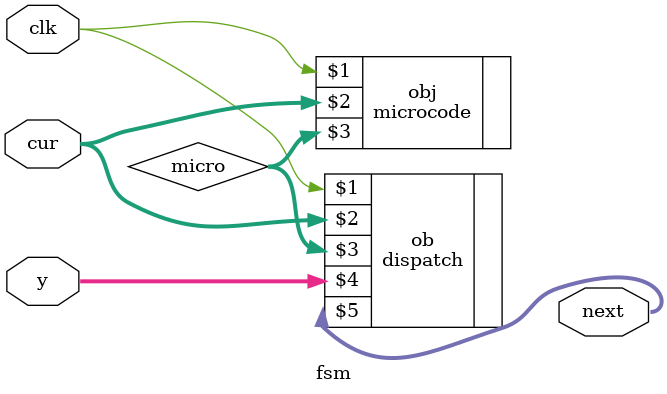
<source format=v>
module fsm(clk,cur,y,next);
    input clk;
    input [3:0] cur;
    input [1:0] y;
    
    output wire [3:0] next;

    reg [3:0] inc;
    wire [3:0] micro;

    microcode obj(clk,cur,micro);
    dispatch ob(clk,cur,micro,y,next);

    always @(posedge clk) begin
    //   $display("Time = %d,  cur = %d, y= %b, micro= %d, new = %d", $time, cur, y, micro,next);
      $display("Time = %d,  current = %d, y= %b, next = %d", $time, cur, y, next);
   end
endmodule
</source>
